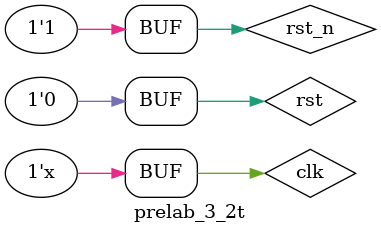
<source format=v>
`timescale 1ns / 1ps

module prelab_3_2t;

reg clk;
reg rst_n;
wire [7:0]q;

prelab3_2 U0(.q,.clk,.rst_n);

always
#5 clk = ~clk;

initial
begin
clk = 0 ; rst_n = 0;
#20 rst_n = 1;
#20 rst = 0;
end

endmodule


</source>
